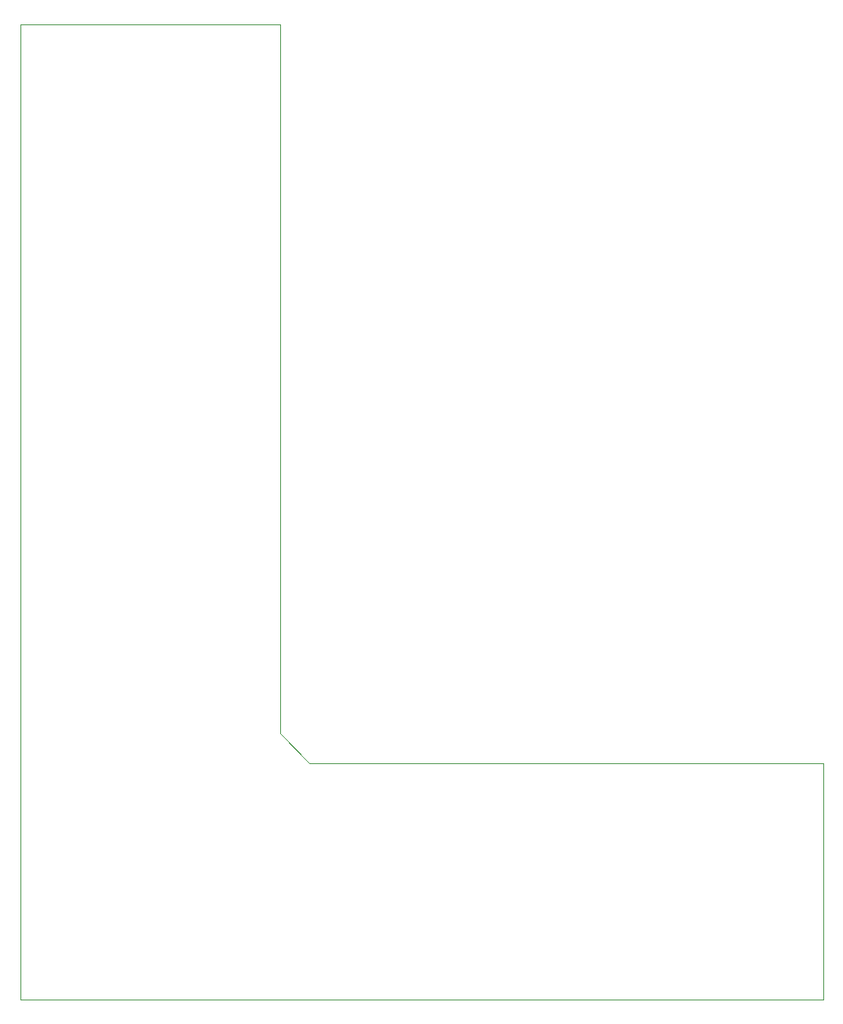
<source format=gbr>
%TF.GenerationSoftware,KiCad,Pcbnew,8.0.2*%
%TF.CreationDate,2024-05-14T21:46:34+09:00*%
%TF.ProjectId,Gender_A7-100_ArduinoDUE,47656e64-6572-45f4-9137-2d3130305f41,rev?*%
%TF.SameCoordinates,Original*%
%TF.FileFunction,Profile,NP*%
%FSLAX46Y46*%
G04 Gerber Fmt 4.6, Leading zero omitted, Abs format (unit mm)*
G04 Created by KiCad (PCBNEW 8.0.2) date 2024-05-14 21:46:34*
%MOMM*%
%LPD*%
G01*
G04 APERTURE LIST*
%TA.AperFunction,Profile*%
%ADD10C,0.050000*%
%TD*%
G04 APERTURE END LIST*
D10*
X92075000Y-47625000D02*
X92075000Y-152400000D01*
X120015000Y-47625000D02*
X92075000Y-47625000D01*
X120015000Y-123825000D02*
X120015000Y-47625000D01*
X123190000Y-127000000D02*
X120015000Y-123825000D01*
X178435000Y-127000000D02*
X123190000Y-127000000D01*
X178435000Y-152400000D02*
X178435000Y-127000000D01*
X92075000Y-152400000D02*
X178435000Y-152400000D01*
M02*

</source>
